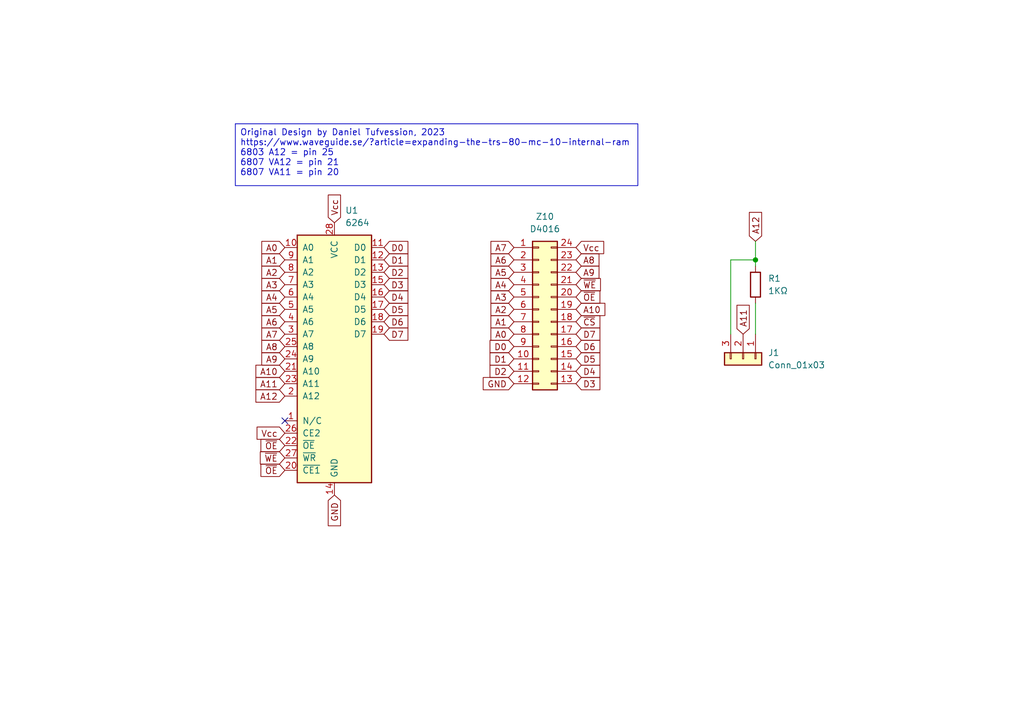
<source format=kicad_sch>
(kicad_sch (version 20231120) (generator "eeschema") (generator_version "8.0")
  (paper "A5")
  (title_block (title "Matra Alice Internal 8KB RAM Expansion") (date "27-Dec-2024") (company "https://www.youtube.com/@Brfff") (comment 1 "Brett Hallen"))
  (lib_symbols
    (symbol "8bits:6264" (pin_names (offset 1.016))
      (property "Reference" "U" (at 6.35 26.67 0))
      (property "Value" "6264" (at 5.08 -26.67 0))
      (symbol "6264_1_1"
        (rectangle (start -7.62 25.4) (end 7.62 -25.4) (stroke (width 0.254)) (fill (type background)))
        (pin unspecified line (at -10.16 -12.7 0) (length 2.54) (name "N/C") (number "1"))
        (pin input line (at -10.16 22.86 0) (length 2.54) (name "A0") (number "10"))
        (pin tri_state line (at 10.16 22.86 180) (length 2.54) (name "D0") (number "11"))
        (pin tri_state line (at 10.16 20.32 180) (length 2.54) (name "D1") (number "12"))
        (pin tri_state line (at 10.16 17.78 180) (length 2.54) (name "D2") (number "13"))
        (pin power_in line (at 0 -27.94 90) (length 2.54) (name "GND") (number "14"))
        (pin tri_state line (at 10.16 15.24 180) (length 2.54) (name "D3") (number "15"))
        (pin tri_state line (at 10.16 12.7 180) (length 2.54) (name "D4") (number "16"))
        (pin tri_state line (at 10.16 10.16 180) (length 2.54) (name "D5") (number "17"))
        (pin tri_state line (at 10.16 7.62 180) (length 2.54) (name "D6") (number "18"))
        (pin tri_state line (at 10.16 5.08 180) (length 2.54) (name "D7") (number "19"))
        (pin input line (at -10.16 -7.62 0) (length 2.54) (name "A12") (number "2"))
        (pin input line (at -10.16 -22.86 0) (length 2.54) (name "~{CE1}") (number "20"))
        (pin input line (at -10.16 -2.54 0) (length 2.54) (name "A10") (number "21"))
        (pin input line (at -10.16 -17.78 0) (length 2.54) (name "~{OE}") (number "22"))
        (pin input line (at -10.16 -5.08 0) (length 2.54) (name "A11") (number "23"))
        (pin input line (at -10.16 0 0) (length 2.54) (name "A9") (number "24"))
        (pin input line (at -10.16 2.54 0) (length 2.54) (name "A8") (number "25"))
        (pin input line (at -10.16 -15.24 0) (length 2.54) (name "CE2") (number "26"))
        (pin input line (at -10.16 -20.32 0) (length 2.54) (name "~{WR}") (number "27"))
        (pin power_in line (at 0 27.94 270) (length 2.54) (name "VCC") (number "28"))
        (pin input line (at -10.16 5.08 0) (length 2.54) (name "A7") (number "3"))
        (pin input line (at -10.16 7.62 0) (length 2.54) (name "A6") (number "4"))
        (pin input line (at -10.16 10.16 0) (length 2.54) (name "A5") (number "5"))
        (pin input line (at -10.16 12.7 0) (length 2.54) (name "A4") (number "6"))
        (pin input line (at -10.16 15.24 0) (length 2.54) (name "A3") (number "7"))
        (pin input line (at -10.16 17.78 0) (length 2.54) (name "A2") (number "8"))
        (pin input line (at -10.16 20.32 0) (length 2.54) (name "A1") (number "9"))
      )
    )
    (symbol "Connector_Generic:Conn_01x03" (pin_names (offset 1.016) hide)
      (property "Reference" "J1" (at -1.2701 5.08 90))
      (property "Value" "Conn_01x03" (at 1.2699 5.08 90))
      (symbol "Conn_01x03_1_1"
        (rectangle (start -1.27 -2.413) (end 0 -2.667) (stroke (width 0.1524)))
        (rectangle (start -1.27 0.127) (end 0 -0.127) (stroke (width 0.1524)))
        (rectangle (start -1.27 2.667) (end 0 2.413) (stroke (width 0.1524)))
        (rectangle (start -1.27 3.81) (end 1.27 -3.81) (stroke (width 0.254)) (fill (type background)))
        (pin passive line (at -5.08 2.54 0) (length 3.81) (name "6803_p25") (number "1"))
        (pin passive line (at -5.08 0 0) (length 3.81) (name "6847_p21") (number "2"))
        (pin passive line (at -5.08 -2.54 0) (length 3.81) (name "6847_p20") (number "3"))
      )
    )
    (symbol "Connector_Generic:Conn_02x12_Counter_Clockwise" (pin_names (offset 1.016) hide)
      (property "Reference" "J" (at 1.27 15.24 0))
      (property "Value" "Conn_02x12_Counter_Clockwise" (at 1.27 -17.78 0))
      (symbol "Conn_02x12_Counter_Clockwise_1_1"
        (rectangle (start -1.27 -15.113) (end 0 -15.367) (stroke (width 0.1524)))
        (rectangle (start -1.27 -12.573) (end 0 -12.827) (stroke (width 0.1524)))
        (rectangle (start -1.27 -10.033) (end 0 -10.287) (stroke (width 0.1524)))
        (rectangle (start -1.27 -7.493) (end 0 -7.747) (stroke (width 0.1524)))
        (rectangle (start -1.27 -4.953) (end 0 -5.207) (stroke (width 0.1524)))
        (rectangle (start -1.27 -2.413) (end 0 -2.667) (stroke (width 0.1524)))
        (rectangle (start -1.27 0.127) (end 0 -0.127) (stroke (width 0.1524)))
        (rectangle (start -1.27 2.667) (end 0 2.413) (stroke (width 0.1524)))
        (rectangle (start -1.27 5.207) (end 0 4.953) (stroke (width 0.1524)))
        (rectangle (start -1.27 7.747) (end 0 7.493) (stroke (width 0.1524)))
        (rectangle (start -1.27 10.287) (end 0 10.033) (stroke (width 0.1524)))
        (rectangle (start -1.27 12.827) (end 0 12.573) (stroke (width 0.1524)))
        (rectangle (start -1.27 13.97) (end 3.81 -16.51) (stroke (width 0.254)) (fill (type background)))
        (rectangle (start 3.81 -15.113) (end 2.54 -15.367) (stroke (width 0.1524)))
        (rectangle (start 3.81 -12.573) (end 2.54 -12.827) (stroke (width 0.1524)))
        (rectangle (start 3.81 -10.033) (end 2.54 -10.287) (stroke (width 0.1524)))
        (rectangle (start 3.81 -7.493) (end 2.54 -7.747) (stroke (width 0.1524)))
        (rectangle (start 3.81 -4.953) (end 2.54 -5.207) (stroke (width 0.1524)))
        (rectangle (start 3.81 -2.413) (end 2.54 -2.667) (stroke (width 0.1524)))
        (rectangle (start 3.81 0.127) (end 2.54 -0.127) (stroke (width 0.1524)))
        (rectangle (start 3.81 2.667) (end 2.54 2.413) (stroke (width 0.1524)))
        (rectangle (start 3.81 5.207) (end 2.54 4.953) (stroke (width 0.1524)))
        (rectangle (start 3.81 7.747) (end 2.54 7.493) (stroke (width 0.1524)))
        (rectangle (start 3.81 10.287) (end 2.54 10.033) (stroke (width 0.1524)))
        (rectangle (start 3.81 12.827) (end 2.54 12.573) (stroke (width 0.1524)))
        (pin passive line (at -5.08 12.7 0) (length 3.81) (name "Pin_1") (number "1"))
        (pin passive line (at -5.08 -10.16 0) (length 3.81) (name "Pin_10") (number "10"))
        (pin passive line (at -5.08 -12.7 0) (length 3.81) (name "Pin_11") (number "11"))
        (pin passive line (at -5.08 -15.24 0) (length 3.81) (name "Pin_12") (number "12"))
        (pin passive line (at 7.62 -15.24 180) (length 3.81) (name "Pin_13") (number "13"))
        (pin passive line (at 7.62 -12.7 180) (length 3.81) (name "Pin_14") (number "14"))
        (pin passive line (at 7.62 -10.16 180) (length 3.81) (name "Pin_15") (number "15"))
        (pin passive line (at 7.62 -7.62 180) (length 3.81) (name "Pin_16") (number "16"))
        (pin passive line (at 7.62 -5.08 180) (length 3.81) (name "Pin_17") (number "17"))
        (pin passive line (at 7.62 -2.54 180) (length 3.81) (name "Pin_18") (number "18"))
        (pin passive line (at 7.62 0 180) (length 3.81) (name "Pin_19") (number "19"))
        (pin passive line (at -5.08 10.16 0) (length 3.81) (name "Pin_2") (number "2"))
        (pin passive line (at 7.62 2.54 180) (length 3.81) (name "Pin_20") (number "20"))
        (pin passive line (at 7.62 5.08 180) (length 3.81) (name "Pin_21") (number "21"))
        (pin passive line (at 7.62 7.62 180) (length 3.81) (name "Pin_22") (number "22"))
        (pin passive line (at 7.62 10.16 180) (length 3.81) (name "Pin_23") (number "23"))
        (pin passive line (at 7.62 12.7 180) (length 3.81) (name "Pin_24") (number "24"))
        (pin passive line (at -5.08 7.62 0) (length 3.81) (name "Pin_3") (number "3"))
        (pin passive line (at -5.08 5.08 0) (length 3.81) (name "Pin_4") (number "4"))
        (pin passive line (at -5.08 2.54 0) (length 3.81) (name "Pin_5") (number "5"))
        (pin passive line (at -5.08 0 0) (length 3.81) (name "Pin_6") (number "6"))
        (pin passive line (at -5.08 -2.54 0) (length 3.81) (name "Pin_7") (number "7"))
        (pin passive line (at -5.08 -5.08 0) (length 3.81) (name "Pin_8") (number "8"))
        (pin passive line (at -5.08 -7.62 0) (length 3.81) (name "Pin_9") (number "9"))
      )
    )
    (symbol "Device:R" (pin_numbers hide) (pin_names (offset 0))
      (property "Reference" "R" (at 2.032 0 90))
      (property "Value" "R" (at 0 0 90))
      (symbol "R_0_1"
        (rectangle (start -1.016 -2.54) (end 1.016 2.54) (stroke (width 0.254)))
      )
      (symbol "R_1_1"
        (pin passive line (at 0 3.81 270) (length 1.27) (name "~") (number "1"))
        (pin passive line (at 0 -3.81 90) (length 1.27) (name "~") (number "2"))
      )
    )
  )
  (junction (at 154.94 53.34))
  (no_connect (at 58.42 86.36))
  (wire (pts (xy 149.86 53.34) (xy 154.94 53.34)))
  (wire (pts (xy 154.94 62.23) (xy 154.94 68.58)))
  (wire (pts (xy 154.94 53.34) (xy 154.94 54.61)))
  (wire (pts (xy 154.94 49.53) (xy 154.94 53.34)))
  (wire (pts (xy 149.86 53.34) (xy 149.86 68.58)))
  (text_box "Original Design by Daniel Tufvession, 2023\nhttps://www.waveguide.se/?article=expanding-the-trs-80-mc-10-internal-ram\n6803 A12 = pin 25\n6807 VA12 = pin 21\n6807 VA11 = pin 20\n" (at 48.26 25.4 0) (size 82.55 12.7) (effects (font (size 1.27 1.27)) (justify left top)))
  (global_label "D5" (shape input) (at 78.74 63.5 0) (property "Intersheetrefs" "${INTERSHEET_REFS}" (effects (hide yes))))
  (global_label "D2" (shape input) (at 105.41 76.2 180) (property "Intersheetrefs" "${INTERSHEET_REFS}" (effects (hide yes))))
  (global_label "A5" (shape input) (at 58.42 63.5 180) (property "Intersheetrefs" "${INTERSHEET_REFS}" (effects (hide yes))))
  (global_label "A3" (shape input) (at 58.42 58.42 180) (property "Intersheetrefs" "${INTERSHEET_REFS}" (effects (hide yes))))
  (global_label "D7" (shape input) (at 78.74 68.58 0) (property "Intersheetrefs" "${INTERSHEET_REFS}" (effects (hide yes))))
  (global_label "Vcc" (shape input) (at 118.11 50.8 0) (property "Intersheetrefs" "${INTERSHEET_REFS}" (effects (hide yes))))
  (global_label "A11" (shape input) (at 58.42 78.74 180) (property "Intersheetrefs" "${INTERSHEET_REFS}" (effects (hide yes))))
  (global_label "D1" (shape input) (at 105.41 73.66 180) (property "Intersheetrefs" "${INTERSHEET_REFS}" (effects (hide yes))))
  (global_label "D2" (shape input) (at 78.74 55.88 0) (property "Intersheetrefs" "${INTERSHEET_REFS}" (effects (hide yes))))
  (global_label "D3" (shape input) (at 118.11 78.74 0) (property "Intersheetrefs" "${INTERSHEET_REFS}" (effects (hide yes))))
  (global_label "A8" (shape input) (at 118.11 53.34 0) (property "Intersheetrefs" "${INTERSHEET_REFS}" (effects (hide yes))))
  (global_label "A2" (shape input) (at 58.42 55.88 180) (property "Intersheetrefs" "${INTERSHEET_REFS}" (effects (hide yes))))
  (global_label "~{OE}" (shape input) (at 58.42 91.44 180) (property "Intersheetrefs" "${INTERSHEET_REFS}" (effects (hide yes))))
  (global_label "A10" (shape input) (at 58.42 76.2 180) (property "Intersheetrefs" "${INTERSHEET_REFS}" (effects (hide yes))))
  (global_label "D6" (shape input) (at 78.74 66.04 0) (property "Intersheetrefs" "${INTERSHEET_REFS}" (effects (hide yes))))
  (global_label "A2" (shape input) (at 105.41 63.5 180) (property "Intersheetrefs" "${INTERSHEET_REFS}" (effects (hide yes))))
  (global_label "A8" (shape input) (at 58.42 71.12 180) (property "Intersheetrefs" "${INTERSHEET_REFS}" (effects (hide yes))))
  (global_label "D6" (shape input) (at 118.11 71.12 0) (property "Intersheetrefs" "${INTERSHEET_REFS}" (effects (hide yes))))
  (global_label "D0" (shape input) (at 105.41 71.12 180) (property "Intersheetrefs" "${INTERSHEET_REFS}" (effects (hide yes))))
  (global_label "A7" (shape input) (at 105.41 50.8 180) (property "Intersheetrefs" "${INTERSHEET_REFS}" (effects (hide yes))))
  (global_label "A1" (shape input) (at 105.41 66.04 180) (property "Intersheetrefs" "${INTERSHEET_REFS}" (effects (hide yes))))
  (global_label "~{CS}" (shape input) (at 118.11 66.04 0) (property "Intersheetrefs" "${INTERSHEET_REFS}" (effects (hide yes))))
  (global_label "D3" (shape input) (at 78.74 58.42 0) (property "Intersheetrefs" "${INTERSHEET_REFS}" (effects (hide yes))))
  (global_label "A12" (shape input) (at 58.42 81.28 180) (property "Intersheetrefs" "${INTERSHEET_REFS}" (effects (hide yes))))
  (global_label "A4" (shape input) (at 58.42 60.96 180) (property "Intersheetrefs" "${INTERSHEET_REFS}" (effects (hide yes))))
  (global_label "A9" (shape input) (at 118.11 55.88 0) (property "Intersheetrefs" "${INTERSHEET_REFS}" (effects (hide yes))))
  (global_label "A6" (shape input) (at 105.41 53.34 180) (property "Intersheetrefs" "${INTERSHEET_REFS}" (effects (hide yes))))
  (global_label "A3" (shape input) (at 105.41 60.96 180) (property "Intersheetrefs" "${INTERSHEET_REFS}" (effects (hide yes))))
  (global_label "GND" (shape input) (at 68.58 101.6 270) (property "Intersheetrefs" "${INTERSHEET_REFS}" (effects (hide yes))))
  (global_label "A6" (shape input) (at 58.42 66.04 180) (property "Intersheetrefs" "${INTERSHEET_REFS}" (effects (hide yes))))
  (global_label "~{OE}" (shape input) (at 118.11 60.96 0) (property "Intersheetrefs" "${INTERSHEET_REFS}" (effects (hide yes))))
  (global_label "A1" (shape input) (at 58.42 53.34 180) (property "Intersheetrefs" "${INTERSHEET_REFS}" (effects (hide yes))))
  (global_label "Vcc" (shape input) (at 68.58 45.72 90) (property "Intersheetrefs" "${INTERSHEET_REFS}" (effects (hide yes))))
  (global_label "D0" (shape input) (at 78.74 50.8 0) (property "Intersheetrefs" "${INTERSHEET_REFS}" (effects (hide yes))))
  (global_label "A5" (shape input) (at 105.41 55.88 180) (property "Intersheetrefs" "${INTERSHEET_REFS}" (effects (hide yes))))
  (global_label "D1" (shape input) (at 78.74 53.34 0) (property "Intersheetrefs" "${INTERSHEET_REFS}" (effects (hide yes))))
  (global_label "~{OE}" (shape input) (at 58.42 96.52 180) (property "Intersheetrefs" "${INTERSHEET_REFS}" (effects (hide yes))))
  (global_label "D4" (shape input) (at 118.11 76.2 0) (property "Intersheetrefs" "${INTERSHEET_REFS}" (effects (hide yes))))
  (global_label "A0" (shape input) (at 58.42 50.8 180) (property "Intersheetrefs" "${INTERSHEET_REFS}" (effects (hide yes))))
  (global_label "D5" (shape input) (at 118.11 73.66 0) (property "Intersheetrefs" "${INTERSHEET_REFS}" (effects (hide yes))))
  (global_label "D7" (shape input) (at 118.11 68.58 0) (property "Intersheetrefs" "${INTERSHEET_REFS}" (effects (hide yes))))
  (global_label "Vcc" (shape input) (at 58.42 88.9 180) (property "Intersheetrefs" "${INTERSHEET_REFS}" (effects (hide yes))))
  (global_label "A12" (shape input) (at 154.94 49.53 90) (property "Intersheetrefs" "${INTERSHEET_REFS}" (effects (hide yes))))
  (global_label "A9" (shape input) (at 58.42 73.66 180) (property "Intersheetrefs" "${INTERSHEET_REFS}" (effects (hide yes))))
  (global_label "D4" (shape input) (at 78.74 60.96 0) (property "Intersheetrefs" "${INTERSHEET_REFS}" (effects (hide yes))))
  (global_label "A10" (shape input) (at 118.11 63.5 0) (property "Intersheetrefs" "${INTERSHEET_REFS}" (effects (hide yes))))
  (global_label "~{WE}" (shape input) (at 58.42 93.98 180) (property "Intersheetrefs" "${INTERSHEET_REFS}" (effects (hide yes))))
  (global_label "GND" (shape input) (at 105.41 78.74 180) (property "Intersheetrefs" "${INTERSHEET_REFS}" (effects (hide yes))))
  (global_label "A11" (shape input) (at 152.4 68.58 90) (property "Intersheetrefs" "${INTERSHEET_REFS}" (effects (hide yes))))
  (global_label "A4" (shape input) (at 105.41 58.42 180) (property "Intersheetrefs" "${INTERSHEET_REFS}" (effects (hide yes))))
  (global_label "A7" (shape input) (at 58.42 68.58 180) (property "Intersheetrefs" "${INTERSHEET_REFS}" (effects (hide yes))))
  (global_label "~{WE}" (shape input) (at 118.11 58.42 0) (property "Intersheetrefs" "${INTERSHEET_REFS}" (effects (hide yes))))
  (global_label "A0" (shape input) (at 105.41 68.58 180) (property "Intersheetrefs" "${INTERSHEET_REFS}" (effects (hide yes))))
  (symbol (lib_id "8bits:6264") (at 68.58 73.66 0) (unit 1)
    (property "Reference" "U1" (at 70.7741 43.18 0) (effects (justify left)))
    (property "Value" "6264" (at 70.7741 45.72 0) (effects (justify left)))
    (property "Footprint" "Clueless_Engineer:DIP1524W51P254L3632H394Q28N" (effects (hide yes)))
  )
  (symbol (lib_id "Device:R") (at 154.94 58.42 0) (unit 1)
    (property "Reference" "R1" (at 157.48 57.1499 0) (effects (justify left)))
    (property "Value" "1KΩ" (at 157.48 59.6899 0) (effects (justify left)))
    (property "Footprint" "Resistor_THT:R_Axial_DIN0207_L6.3mm_D2.5mm_P7.62mm_Horizontal" (effects (hide yes)))
    (property "Description" "Resistor" (effects (hide yes)))
  )
  (symbol (lib_id "Connector_Generic:Conn_02x12_Counter_Clockwise") (at 110.49 63.5 0) (unit 1)
    (property "Reference" "Z10" (at 111.76 44.45 0))
    (property "Value" "D4016" (at 111.76 46.99 0))
    (property "Footprint" "Clueless_Engineer:DIP-24_W15.24mm-Notch" (effects (hide yes)))
    (property "Description" "Generic connector, double row, 02x12, counter clockwise pin numbering scheme (similar to DIP package numbering), script generated (kicad-library-utils/schlib/autogen/connector/)" (effects (hide yes)))
  )
  (symbol (lib_id "Connector_Generic:Conn_01x03") (at 152.4 73.66 270) (unit 1)
    (property "Reference" "J1" (at 157.48 72.3899 90) (effects (justify left)))
    (property "Value" "Conn_01x03" (at 157.48 74.9299 90) (effects (justify left)))
    (property "Footprint" "Connector_PinHeader_2.54mm:PinHeader_1x03_P2.54mm_Horizontal" (effects (hide yes)))
    (property "Description" "Generic connector, single row, 01x03, script generated (kicad-library-utils/schlib/autogen/connector/)" (effects (hide yes)))
  )
)
</source>
